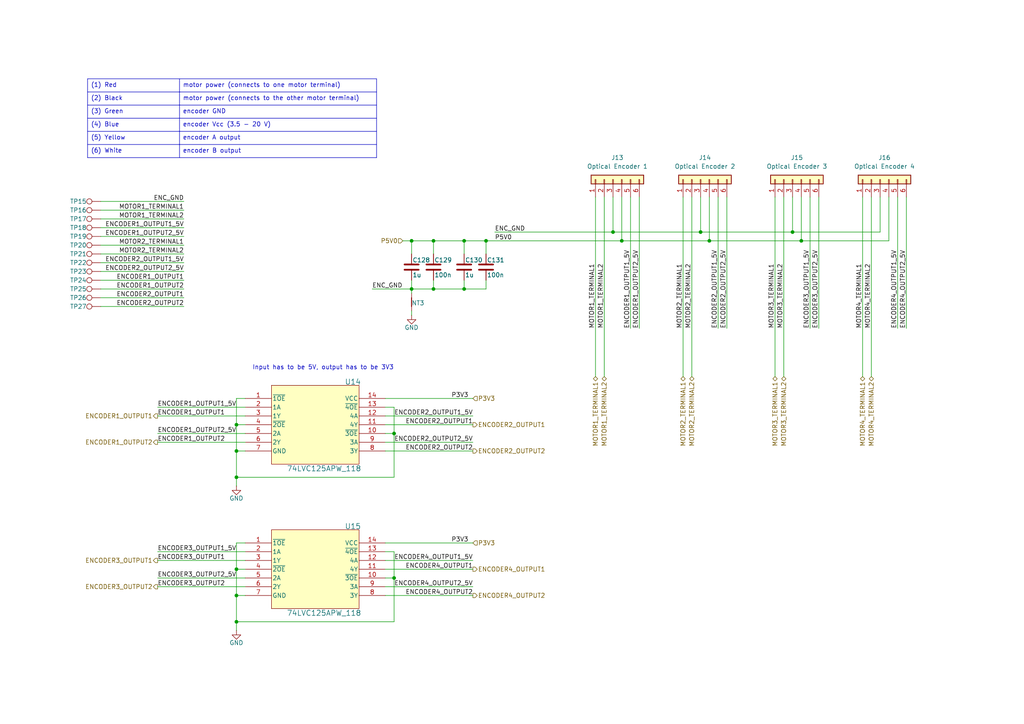
<source format=kicad_sch>
(kicad_sch (version 20250114) (generator "eeschema") (generator_version "9.0")
  (paper "A4")
  (lib_symbols
    (symbol "74LVC125APW-118:74LVC125APW_118" (pin_names (offset 0.254))
      (property "Reference" "U" (at 20.32 10.16 0))
      (property "Value" "74LVC125APW_118" (at 20.32 7.62 0))
      (symbol "74LVC125APW_118_0_1"
        (pin input line (at 0 -2.54 0) (length 7.62) (name "1A") (number "2"))
        (pin output line (at 0 -5.08 0) (length 7.62) (name "1Y") (number "3"))
        (pin input line (at 0 -10.16 0) (length 7.62) (name "2A") (number "5"))
        (pin output line (at 0 -12.7 0) (length 7.62) (name "2Y") (number "6"))
        (pin power_out line (at 0 -15.24 0) (length 7.62) (name "GND") (number "7"))
        (pin power_in line (at 40.64 0 180) (length 7.62) (name "VCC") (number "14"))
        (pin input line (at 40.64 -5.08 180) (length 7.62) (name "4A") (number "12"))
        (pin output line (at 40.64 -7.62 180) (length 7.62) (name "4Y") (number "11"))
        (pin input line (at 40.64 -12.7 180) (length 7.62) (name "3A") (number "9"))
        (pin output line (at 40.64 -15.24 180) (length 7.62) (name "3Y") (number "8"))
      )
      (symbol "74LVC125APW_118_1_1"
        (rectangle (start 7.62 3.81) (end 33.02 -19.05) (fill (type background)))
        (pin input line (at 0 0 0) (length 7.62) (name "~{1OE}") (number "1"))
        (pin input line (at 0 -7.62 0) (length 7.62) (name "~{2OE}") (number "4"))
        (pin input line (at 40.64 -2.54 180) (length 7.62) (name "~{4OE}") (number "13"))
        (pin input line (at 40.64 -10.16 180) (length 7.62) (name "~{3OE}") (number "10"))
      )
    )
    (symbol "Connector:TestPoint" (pin_numbers (hide yes)) (pin_names (offset 0.762) (hide yes))
      (property "Reference" "TP" (at 0 6.858 0))
      (property "Value" "TestPoint" (at 0 5.08 0))
      (symbol "TestPoint_0_1"
        (circle (center 0 3.302) (radius 0.762))
      )
      (symbol "TestPoint_1_1"
        (pin passive line (at 0 0 90) (length 2.54) (name "1") (number "1"))
      )
    )
    (symbol "Connector_Generic:Conn_01x06" (pin_names (offset 1.016) (hide yes))
      (property "Reference" "J" (at 0 7.62 0))
      (property "Value" "Conn_01x06" (at 0 -10.16 0))
      (symbol "Conn_01x06_1_1"
        (rectangle (start -1.27 6.35) (end 1.27 -8.89) (stroke (width 0.254)) (fill (type background)))
        (rectangle (start -1.27 5.207) (end 0 4.953) (stroke (width 0.1524)))
        (rectangle (start -1.27 2.667) (end 0 2.413) (stroke (width 0.1524)))
        (rectangle (start -1.27 0.127) (end 0 -0.127) (stroke (width 0.1524)))
        (rectangle (start -1.27 -2.413) (end 0 -2.667) (stroke (width 0.1524)))
        (rectangle (start -1.27 -4.953) (end 0 -5.207) (stroke (width 0.1524)))
        (rectangle (start -1.27 -7.493) (end 0 -7.747) (stroke (width 0.1524)))
        (pin passive line (at -5.08 5.08 0) (length 3.81) (name "Pin_1") (number "1"))
        (pin passive line (at -5.08 2.54 0) (length 3.81) (name "Pin_2") (number "2"))
        (pin passive line (at -5.08 0 0) (length 3.81) (name "Pin_3") (number "3"))
        (pin passive line (at -5.08 -2.54 0) (length 3.81) (name "Pin_4") (number "4"))
        (pin passive line (at -5.08 -5.08 0) (length 3.81) (name "Pin_5") (number "5"))
        (pin passive line (at -5.08 -7.62 0) (length 3.81) (name "Pin_6") (number "6"))
      )
    )
    (symbol "Device:C" (pin_numbers (hide yes)) (pin_names (offset 0.254))
      (property "Reference" "C" (at 0.635 2.54 0))
      (property "Value" "C" (at 0.635 -2.54 0))
      (symbol "C_0_1"
        (polyline (pts (xy -2.032 0.762) (xy 2.032 0.762)) (stroke (width 0.508)))
        (polyline (pts (xy -2.032 -0.762) (xy 2.032 -0.762)) (stroke (width 0.508)))
      )
      (symbol "C_1_1"
        (pin passive line (at 0 3.81 270) (length 2.794) (name "~") (number "1"))
        (pin passive line (at 0 -3.81 90) (length 2.794) (name "~") (number "2"))
      )
    )
    (symbol "Device:NetTie_2" (pin_numbers (hide yes)) (pin_names (offset 0) (hide yes)) (in_bom no)
      (property "Reference" "NT" (at 0 1.27 0))
      (property "Value" "NetTie_2" (at 0 -1.27 0))
      (symbol "NetTie_2_0_1"
        (polyline (pts (xy -1.27 0) (xy 1.27 0)) (stroke (width 0.254)))
      )
      (symbol "NetTie_2_1_1"
        (pin passive line (at -2.54 0 0) (length 2.54) (name "1") (number "1"))
        (pin passive line (at 2.54 0 180) (length 2.54) (name "2") (number "2"))
      )
    )
    (symbol "power:GND" (power) (pin_numbers (hide yes)) (pin_names (offset 0) (hide yes))
      (property "Value" "GND" (at 0 -3.81 0))
      (symbol "GND_0_1"
        (polyline (pts (xy 0 0) (xy 0 -1.27) (xy 1.27 -1.27) (xy 0 -2.54) (xy -1.27 -1.27) (xy 0 -1.27)))
      )
      (symbol "GND_1_1"
        (pin power_in line (at 0 0 270) (length 0) (name "~") (number "1"))
      )
    )
  )
  (text "Input has to be 5V, output has to be 3V3" (at 93.726 106.68 0) (effects (font (size 1.27 1.27))))
  (junction (at 125.73 83.82))
  (junction (at 114.3 125.73))
  (junction (at 68.58 138.43))
  (junction (at 68.58 130.81))
  (junction (at 68.58 180.34))
  (junction (at 119.38 69.85))
  (junction (at 125.73 69.85))
  (junction (at 68.58 165.1))
  (junction (at 229.87 67.31))
  (junction (at 134.62 83.82))
  (junction (at 119.38 83.82))
  (junction (at 232.41 69.85))
  (junction (at 134.62 69.85))
  (junction (at 177.8 67.31))
  (junction (at 205.74 69.85))
  (junction (at 203.2 67.31))
  (junction (at 140.97 69.85))
  (junction (at 68.58 123.19))
  (junction (at 68.58 172.72))
  (junction (at 114.3 167.64))
  (junction (at 180.34 69.85))
  (wire (pts (xy 114.3 118.11) (xy 114.3 125.73)))
  (wire (pts (xy 140.97 81.28) (xy 140.97 83.82)))
  (wire (pts (xy 119.38 69.85) (xy 119.38 73.66)))
  (wire (pts (xy 45.72 128.27) (xy 71.12 128.27)))
  (wire (pts (xy 119.38 69.85) (xy 125.73 69.85)))
  (wire (pts (xy 68.58 182.88) (xy 68.58 180.34)))
  (wire (pts (xy 53.34 68.58) (xy 29.21 68.58)))
  (wire (pts (xy 111.76 118.11) (xy 114.3 118.11)))
  (wire (pts (xy 45.72 118.11) (xy 71.12 118.11)))
  (wire (pts (xy 200.66 57.15) (xy 200.66 109.22)))
  (wire (pts (xy 45.72 167.64) (xy 71.12 167.64)))
  (wire (pts (xy 116.84 69.85) (xy 119.38 69.85)))
  (wire (pts (xy 111.76 160.02) (xy 114.3 160.02)))
  (wire (pts (xy 68.58 138.43) (xy 114.3 138.43)))
  (wire (pts (xy 232.41 69.85) (xy 257.81 69.85)))
  (wire (pts (xy 111.76 125.73) (xy 114.3 125.73)))
  (wire (pts (xy 140.97 69.85) (xy 180.34 69.85)))
  (wire (pts (xy 134.62 69.85) (xy 134.62 73.66)))
  (wire (pts (xy 68.58 130.81) (xy 71.12 130.81)))
  (wire (pts (xy 111.76 167.64) (xy 114.3 167.64)))
  (wire (pts (xy 203.2 67.31) (xy 229.87 67.31)))
  (wire (pts (xy 68.58 180.34) (xy 68.58 172.72)))
  (wire (pts (xy 182.88 57.15) (xy 182.88 95.25)))
  (wire (pts (xy 111.76 162.56) (xy 137.16 162.56)))
  (wire (pts (xy 119.38 81.28) (xy 119.38 83.82)))
  (wire (pts (xy 180.34 69.85) (xy 205.74 69.85)))
  (wire (pts (xy 68.58 140.97) (xy 68.58 138.43)))
  (wire (pts (xy 125.73 81.28) (xy 125.73 83.82)))
  (wire (pts (xy 119.38 85.09) (xy 119.38 83.82)))
  (wire (pts (xy 250.19 57.15) (xy 250.19 109.22)))
  (wire (pts (xy 125.73 83.82) (xy 134.62 83.82)))
  (wire (pts (xy 53.34 66.04) (xy 29.21 66.04)))
  (wire (pts (xy 114.3 160.02) (xy 114.3 167.64)))
  (wire (pts (xy 114.3 167.64) (xy 114.3 180.34)))
  (wire (pts (xy 177.8 67.31) (xy 203.2 67.31)))
  (wire (pts (xy 111.76 172.72) (xy 137.16 172.72)))
  (wire (pts (xy 232.41 57.15) (xy 232.41 69.85)))
  (wire (pts (xy 68.58 115.57) (xy 68.58 123.19)))
  (wire (pts (xy 53.34 86.36) (xy 29.21 86.36)))
  (wire (pts (xy 107.95 83.82) (xy 119.38 83.82)))
  (wire (pts (xy 68.58 165.1) (xy 68.58 172.72)))
  (wire (pts (xy 229.87 57.15) (xy 229.87 67.31)))
  (wire (pts (xy 53.34 63.5) (xy 29.21 63.5)))
  (wire (pts (xy 114.3 125.73) (xy 114.3 138.43)))
  (wire (pts (xy 229.87 67.31) (xy 255.27 67.31)))
  (wire (pts (xy 53.34 58.42) (xy 29.21 58.42)))
  (wire (pts (xy 208.28 57.15) (xy 208.28 95.25)))
  (wire (pts (xy 53.34 76.2) (xy 29.21 76.2)))
  (wire (pts (xy 68.58 180.34) (xy 114.3 180.34)))
  (wire (pts (xy 53.34 81.28) (xy 29.21 81.28)))
  (wire (pts (xy 53.34 73.66) (xy 29.21 73.66)))
  (wire (pts (xy 262.89 57.15) (xy 262.89 95.25)))
  (wire (pts (xy 45.72 125.73) (xy 71.12 125.73)))
  (wire (pts (xy 68.58 123.19) (xy 68.58 130.81)))
  (wire (pts (xy 125.73 69.85) (xy 134.62 69.85)))
  (wire (pts (xy 255.27 57.15) (xy 255.27 67.31)))
  (wire (pts (xy 185.42 57.15) (xy 185.42 95.25)))
  (wire (pts (xy 53.34 83.82) (xy 29.21 83.82)))
  (wire (pts (xy 134.62 83.82) (xy 140.97 83.82)))
  (wire (pts (xy 125.73 69.85) (xy 125.73 73.66)))
  (wire (pts (xy 111.76 130.81) (xy 137.16 130.81)))
  (wire (pts (xy 210.82 57.15) (xy 210.82 95.25)))
  (wire (pts (xy 260.35 57.15) (xy 260.35 95.25)))
  (wire (pts (xy 119.38 90.17) (xy 119.38 91.44)))
  (wire (pts (xy 68.58 115.57) (xy 71.12 115.57)))
  (wire (pts (xy 252.73 57.15) (xy 252.73 109.22)))
  (wire (pts (xy 53.34 78.74) (xy 29.21 78.74)))
  (wire (pts (xy 119.38 83.82) (xy 125.73 83.82)))
  (wire (pts (xy 111.76 115.57) (xy 137.16 115.57)))
  (wire (pts (xy 68.58 138.43) (xy 68.58 130.81)))
  (wire (pts (xy 45.72 120.65) (xy 71.12 120.65)))
  (wire (pts (xy 205.74 69.85) (xy 232.41 69.85)))
  (wire (pts (xy 111.76 170.18) (xy 137.16 170.18)))
  (wire (pts (xy 205.74 57.15) (xy 205.74 69.85)))
  (wire (pts (xy 68.58 123.19) (xy 71.12 123.19)))
  (wire (pts (xy 234.95 57.15) (xy 234.95 95.25)))
  (wire (pts (xy 45.72 160.02) (xy 71.12 160.02)))
  (wire (pts (xy 198.12 57.15) (xy 198.12 109.22)))
  (wire (pts (xy 237.49 57.15) (xy 237.49 95.25)))
  (wire (pts (xy 111.76 128.27) (xy 137.16 128.27)))
  (wire (pts (xy 134.62 69.85) (xy 140.97 69.85)))
  (wire (pts (xy 111.76 165.1) (xy 137.16 165.1)))
  (wire (pts (xy 227.33 57.15) (xy 227.33 109.22)))
  (wire (pts (xy 111.76 157.48) (xy 137.16 157.48)))
  (wire (pts (xy 53.34 60.96) (xy 29.21 60.96)))
  (wire (pts (xy 68.58 165.1) (xy 71.12 165.1)))
  (wire (pts (xy 45.72 170.18) (xy 71.12 170.18)))
  (wire (pts (xy 111.76 120.65) (xy 137.16 120.65)))
  (wire (pts (xy 257.81 57.15) (xy 257.81 69.85)))
  (wire (pts (xy 53.34 88.9) (xy 29.21 88.9)))
  (wire (pts (xy 68.58 157.48) (xy 71.12 157.48)))
  (wire (pts (xy 175.26 57.15) (xy 175.26 109.22)))
  (wire (pts (xy 68.58 157.48) (xy 68.58 165.1)))
  (wire (pts (xy 140.97 69.85) (xy 140.97 73.66)))
  (wire (pts (xy 203.2 57.15) (xy 203.2 67.31)))
  (wire (pts (xy 45.72 162.56) (xy 71.12 162.56)))
  (wire (pts (xy 53.34 71.12) (xy 29.21 71.12)))
  (wire (pts (xy 172.72 57.15) (xy 172.72 109.22)))
  (wire (pts (xy 134.62 81.28) (xy 134.62 83.82)))
  (wire (pts (xy 224.79 57.15) (xy 224.79 109.22)))
  (wire (pts (xy 143.51 67.31) (xy 177.8 67.31)))
  (wire (pts (xy 68.58 172.72) (xy 71.12 172.72)))
  (wire (pts (xy 180.34 57.15) (xy 180.34 69.85)))
  (wire (pts (xy 177.8 57.15) (xy 177.8 67.31)))
  (wire (pts (xy 111.76 123.19) (xy 137.16 123.19)))
  (table (column_count 2) (border (external yes) (header yes)) (separators (rows yes) (cols yes)) (column_widths 26.67 57.15) (row_heights 3.81 3.81 3.81 3.81 3.81 3.81) (cells (table_cell "(1) Red" (at 25.4 22.86 0) (size 26.67 3.81) (margins 0.9525 0.9525 0.9525 0.9525) (span 1 1)) (table_cell "motor power (connects to one motor terminal)" (at 52.07 22.86 0) (size 57.15 3.81) (margins 0.9525 0.9525 0.9525 0.9525) (span 1 1)) (table_cell "(2) Black" (at 25.4 26.67 0) (size 26.67 3.81) (margins 0.9525 0.9525 0.9525 0.9525) (span 1 1)) (table_cell "motor power (connects to the other motor terminal)" (at 52.07 26.67 0) (size 57.15 3.81) (margins 0.9525 0.9525 0.9525 0.9525) (span 1 1)) (table_cell "(3) Green" (at 25.4 30.48 0) (size 26.67 3.81) (margins 0.9525 0.9525 0.9525 0.9525) (span 1 1)) (table_cell "encoder GND" (at 52.07 30.48 0) (size 57.15 3.81) (margins 0.9525 0.9525 0.9525 0.9525) (span 1 1)) (table_cell "(4) Blue" (at 25.4 34.29 0) (size 26.67 3.81) (margins 0.9525 0.9525 0.9525 0.9525) (span 1 1)) (table_cell "encoder Vcc (3.5 - 20 V)" (at 52.07 34.29 0) (size 57.15 3.81) (margins 0.9525 0.9525 0.9525 0.9525) (span 1 1)) (table_cell "(5) Yellow" (at 25.4 38.1 0) (size 26.67 3.81) (margins 0.9525 0.9525 0.9525 0.9525) (span 1 1)) (table_cell "encoder A output" (at 52.07 38.1 0) (size 57.15 3.81) (margins 0.9525 0.9525 0.9525 0.9525) (span 1 1)) (table_cell "(6) White" (at 25.4 41.91 0) (size 26.67 3.81) (margins 0.9525 0.9525 0.9525 0.9525) (span 1 1)) (table_cell "encoder B output" (at 52.07 41.91 0) (size 57.15 3.81) (margins 0.9525 0.9525 0.9525 0.9525) (span 1 1))))
  (label "ENC_GND" (at 53.34 58.42 180))
  (label "MOTOR1_TERMINAL1" (at 53.34 60.96 180))
  (label "MOTOR2_TERMINAL1" (at 198.12 95.25 90))
  (label "ENCODER3_OUTPUT2" (at 45.72 170.18 0))
  (label "ENCODER2_OUTPUT2_5V" (at 210.82 95.25 90))
  (label "ENCODER1_OUTPUT2_5V" (at 185.42 95.25 90))
  (label "ENCODER2_OUTPUT2" (at 53.34 88.9 180))
  (label "P5V0" (at 143.51 69.85 0))
  (label "ENC_GND" (at 143.51 67.31 0))
  (label "ENCODER2_OUTPUT2_5V" (at 53.34 78.74 180))
  (label "MOTOR4_TERMINAL2" (at 252.73 95.25 90))
  (label "ENCODER1_OUTPUT1_5V" (at 45.72 118.11 0))
  (label "ENCODER4_OUTPUT1" (at 137.16 165.1 180))
  (label "ENCODER3_OUTPUT2_5V" (at 45.72 167.64 0))
  (label "ENCODER1_OUTPUT2" (at 45.72 128.27 0))
  (label "ENCODER2_OUTPUT2_5V" (at 137.16 128.27 180))
  (label "P3V3" (at 135.89 115.57 180))
  (label "ENCODER2_OUTPUT1_5V" (at 53.34 76.2 180))
  (label "MOTOR1_TERMINAL2" (at 53.34 63.5 180))
  (label "ENCODER1_OUTPUT2" (at 53.34 83.82 180))
  (label "ENCODER1_OUTPUT1_5V" (at 182.88 95.25 90))
  (label "ENCODER1_OUTPUT1" (at 53.34 81.28 180))
  (label "ENCODER3_OUTPUT1" (at 45.72 162.56 0))
  (label "ENCODER1_OUTPUT1" (at 45.72 120.65 0))
  (label "ENCODER4_OUTPUT2" (at 137.16 172.72 180))
  (label "ENCODER1_OUTPUT1_5V" (at 53.34 66.04 180))
  (label "ENCODER3_OUTPUT1_5V" (at 234.95 95.25 90))
  (label "ENCODER1_OUTPUT2_5V" (at 53.34 68.58 180))
  (label "ENCODER1_OUTPUT2_5V" (at 45.72 125.73 0))
  (label "ENCODER4_OUTPUT1_5V" (at 137.16 162.56 180))
  (label "MOTOR3_TERMINAL2" (at 227.33 95.25 90))
  (label "ENCODER2_OUTPUT2" (at 137.16 130.81 180))
  (label "ENCODER2_OUTPUT1_5V" (at 137.16 120.65 180))
  (label "MOTOR1_TERMINAL2" (at 175.26 95.25 90))
  (label "ENCODER4_OUTPUT1_5V" (at 260.35 95.25 90))
  (label "MOTOR4_TERMINAL1" (at 250.19 95.25 90))
  (label "ENCODER2_OUTPUT1" (at 53.34 86.36 180))
  (label "ENCODER2_OUTPUT1" (at 137.16 123.19 180))
  (label "MOTOR2_TERMINAL2" (at 200.66 95.25 90))
  (label "ENC_GND" (at 107.95 83.82 0))
  (label "P3V3" (at 135.89 157.48 180))
  (label "ENCODER3_OUTPUT2_5V" (at 237.49 95.25 90))
  (label "MOTOR3_TERMINAL1" (at 224.79 95.25 90))
  (label "ENCODER4_OUTPUT2_5V" (at 262.89 95.25 90))
  (label "MOTOR2_TERMINAL1" (at 53.34 71.12 180))
  (label "MOTOR1_TERMINAL1" (at 172.72 95.25 90))
  (label "ENCODER4_OUTPUT2_5V" (at 137.16 170.18 180))
  (label "ENCODER3_OUTPUT1_5V" (at 45.72 160.02 0))
  (label "ENCODER2_OUTPUT1_5V" (at 208.28 95.25 90))
  (label "MOTOR2_TERMINAL2" (at 53.34 73.66 180))
  (hierarchical_label "ENCODER3_OUTPUT1" (shape output) (at 45.72 162.56 180))
  (hierarchical_label "ENCODER4_OUTPUT1" (shape output) (at 137.16 165.1 0))
  (hierarchical_label "ENCODER3_OUTPUT2" (shape output) (at 45.72 170.18 180))
  (hierarchical_label "ENCODER1_OUTPUT2" (shape output) (at 45.72 128.27 180))
  (hierarchical_label "ENCODER4_OUTPUT2" (shape output) (at 137.16 172.72 0))
  (hierarchical_label "P3V3" (shape input) (at 137.16 157.48 0))
  (hierarchical_label "MOTOR2_TERMINAL2" (shape bidirectional) (at 200.66 109.22 270))
  (hierarchical_label "MOTOR1_TERMINAL2" (shape bidirectional) (at 175.26 109.22 270))
  (hierarchical_label "MOTOR4_TERMINAL2" (shape bidirectional) (at 252.73 109.22 270))
  (hierarchical_label "MOTOR3_TERMINAL2" (shape bidirectional) (at 227.33 109.22 270))
  (hierarchical_label "ENCODER2_OUTPUT2" (shape output) (at 137.16 130.81 0))
  (hierarchical_label "MOTOR3_TERMINAL1" (shape bidirectional) (at 224.79 109.22 270))
  (hierarchical_label "ENCODER2_OUTPUT1" (shape output) (at 137.16 123.19 0))
  (hierarchical_label "MOTOR4_TERMINAL1" (shape bidirectional) (at 250.19 109.22 270))
  (hierarchical_label "MOTOR2_TERMINAL1" (shape bidirectional) (at 198.12 109.22 270))
  (hierarchical_label "P5V0" (shape input) (at 116.84 69.85 180))
  (hierarchical_label "P3V3" (shape input) (at 137.16 115.57 0))
  (hierarchical_label "ENCODER1_OUTPUT1" (shape output) (at 45.72 120.65 180))
  (hierarchical_label "MOTOR1_TERMINAL1" (shape bidirectional) (at 172.72 109.22 270))
  (symbol (lib_id "Connector:TestPoint") (at 29.21 68.58 90) (unit 1)
    (property "Reference" "TP19" (at 25.146 68.58 90) (effects (justify left)))
    (property "Value" "TestPoint" (effects (hide yes)))
    (property "Footprint" "3825:3825" (effects (hide yes)))
    (property "Description" "test point" (effects (hide yes)))
    (property "DigiKey Link" "https://www.digikey.com/short/n04bqb2d" (effects (hide yes)))
    (property "Manufactaurer Part Number" "3825" (effects (hide yes)))
    (property "Mouser Link" "https://mou.sr/3MgWhw3" (effects (hide yes)))
    (property "Mouser Part Number" "485-3825" (effects (hide yes)))
    (property "Mouser Price per Unit" "9.95" (effects (hide yes)))
    (property "DigiKey Price per Unit" "9.95" (effects (hide yes)))
  )
  (symbol (lib_id "Connector_Generic:Conn_01x06") (at 177.8 52.07 90) (unit 1) (in_bom no)
    (property "Reference" "J13" (at 179.07 45.72 90))
    (property "Value" "Optical Encoder 1" (at 179.07 48.26 90))
    (property "Footprint" "Connector_PinHeader_2.54mm:PinHeader_1x06_P2.54mm_Vertical" (effects (hide yes)))
    (property "Description" "Generic connector, single row, 01x06, script generated (kicad-library-utils/schlib/autogen/connector/)" (effects (hide yes)))
  )
  (symbol (lib_id "Connector:TestPoint") (at 29.21 58.42 90) (unit 1)
    (property "Reference" "TP15" (at 25.146 58.42 90) (effects (justify left)))
    (property "Value" "TestPoint" (effects (hide yes)))
    (property "Footprint" "3825:3825" (effects (hide yes)))
    (property "Description" "test point" (effects (hide yes)))
    (property "DigiKey Link" "https://www.digikey.com/short/n04bqb2d" (effects (hide yes)))
    (property "Manufactaurer Part Number" "3825" (effects (hide yes)))
    (property "Mouser Link" "https://mou.sr/3MgWhw3" (effects (hide yes)))
    (property "Mouser Part Number" "485-3825" (effects (hide yes)))
    (property "Mouser Price per Unit" "9.95" (effects (hide yes)))
    (property "DigiKey Price per Unit" "9.95" (effects (hide yes)))
  )
  (symbol (lib_id "Connector:TestPoint") (at 29.21 63.5 90) (unit 1)
    (property "Reference" "TP17" (at 25.146 63.5 90) (effects (justify left)))
    (property "Value" "TestPoint" (effects (hide yes)))
    (property "Footprint" "3825:3825" (effects (hide yes)))
    (property "Description" "test point" (effects (hide yes)))
    (property "DigiKey Link" "https://www.digikey.com/short/n04bqb2d" (effects (hide yes)))
    (property "Manufactaurer Part Number" "3825" (effects (hide yes)))
    (property "Mouser Link" "https://mou.sr/3MgWhw3" (effects (hide yes)))
    (property "Mouser Part Number" "485-3825" (effects (hide yes)))
    (property "Mouser Price per Unit" "9.95" (effects (hide yes)))
    (property "DigiKey Price per Unit" "9.95" (effects (hide yes)))
  )
  (symbol (lib_id "Connector:TestPoint") (at 29.21 66.04 90) (unit 1)
    (property "Reference" "TP18" (at 25.146 66.04 90) (effects (justify left)))
    (property "Value" "TestPoint" (effects (hide yes)))
    (property "Footprint" "3825:3825" (effects (hide yes)))
    (property "Description" "test point" (effects (hide yes)))
    (property "DigiKey Link" "https://www.digikey.com/short/n04bqb2d" (effects (hide yes)))
    (property "Manufactaurer Part Number" "3825" (effects (hide yes)))
    (property "Mouser Link" "https://mou.sr/3MgWhw3" (effects (hide yes)))
    (property "Mouser Part Number" "485-3825" (effects (hide yes)))
    (property "Mouser Price per Unit" "9.95" (effects (hide yes)))
    (property "DigiKey Price per Unit" "9.95" (effects (hide yes)))
  )
  (symbol (lib_id "74LVC125APW-118:74LVC125APW_118") (at 71.12 115.57 0) (unit 1)
    (property "Reference" "U14" (at 102.362 110.744 0) (effects (font (size 1.524 1.524))))
    (property "Value" "74LVC125APW_118" (at 93.98 135.89 0) (effects (font (size 1.524 1.524))))
    (property "Footprint" "74LVC125APW,118:SOP65P640X110-14N" (effects (hide yes)))
    (property "Datasheet" "74LVC125APW_118" (effects (hide yes)))
    (property "DigiKey Link" "https://www.digikey.com/short/t8b4fd4p" (effects (hide yes)))
    (property "Manufactaurer Part Number" "74LVC125APW,118" (effects (hide yes)))
    (property "Mouser Link" "https://mou.sr/4pn4znR" (effects (hide yes)))
    (property "Mouser Part Number" "771-74LVC125APW-T" (effects (hide yes)))
    (property "Mouser Price per Unit" "0.28" (effects (hide yes)))
    (property "DigiKey Price per Unit" "0.28" (effects (hide yes)))
  )
  (symbol (lib_id "Connector:TestPoint") (at 29.21 88.9 90) (unit 1)
    (property "Reference" "TP27" (at 25.146 88.9 90) (effects (justify left)))
    (property "Value" "TestPoint" (effects (hide yes)))
    (property "Footprint" "3825:3825" (effects (hide yes)))
    (property "Description" "test point" (effects (hide yes)))
    (property "DigiKey Link" "https://www.digikey.com/short/n04bqb2d" (effects (hide yes)))
    (property "Manufactaurer Part Number" "3825" (effects (hide yes)))
    (property "Mouser Link" "https://mou.sr/3MgWhw3" (effects (hide yes)))
    (property "Mouser Part Number" "485-3825" (effects (hide yes)))
    (property "Mouser Price per Unit" "9.95" (effects (hide yes)))
    (property "DigiKey Price per Unit" "9.95" (effects (hide yes)))
  )
  (symbol (lib_id "Connector:TestPoint") (at 29.21 71.12 90) (unit 1)
    (property "Reference" "TP20" (at 25.146 71.12 90) (effects (justify left)))
    (property "Value" "TestPoint" (effects (hide yes)))
    (property "Footprint" "3825:3825" (effects (hide yes)))
    (property "Description" "test point" (effects (hide yes)))
    (property "DigiKey Link" "https://www.digikey.com/short/n04bqb2d" (effects (hide yes)))
    (property "Manufactaurer Part Number" "3825" (effects (hide yes)))
    (property "Mouser Link" "https://mou.sr/3MgWhw3" (effects (hide yes)))
    (property "Mouser Part Number" "485-3825" (effects (hide yes)))
    (property "Mouser Price per Unit" "9.95" (effects (hide yes)))
    (property "DigiKey Price per Unit" "9.95" (effects (hide yes)))
  )
  (symbol (lib_id "Connector:TestPoint") (at 29.21 73.66 90) (unit 1)
    (property "Reference" "TP21" (at 25.146 73.66 90) (effects (justify left)))
    (property "Value" "TestPoint" (effects (hide yes)))
    (property "Footprint" "3825:3825" (effects (hide yes)))
    (property "Description" "test point" (effects (hide yes)))
    (property "DigiKey Link" "https://www.digikey.com/short/n04bqb2d" (effects (hide yes)))
    (property "Manufactaurer Part Number" "3825" (effects (hide yes)))
    (property "Mouser Link" "https://mou.sr/3MgWhw3" (effects (hide yes)))
    (property "Mouser Part Number" "485-3825" (effects (hide yes)))
    (property "Mouser Price per Unit" "9.95" (effects (hide yes)))
    (property "DigiKey Price per Unit" "9.95" (effects (hide yes)))
  )
  (symbol (lib_id "Device:C") (at 134.62 77.47 0) (unit 1)
    (property "Reference" "C130" (at 134.874 75.438 0) (effects (justify left)))
    (property "Value" "1u" (at 134.874 79.756 0) (effects (justify left)))
    (property "Footprint" "Capacitor_SMD:C_0603_1608Metric_Pad1.08x0.95mm_HandSolder" (effects (hide yes)))
    (property "Description" "Unpolarized capacitor" (effects (hide yes)))
  )
  (symbol (lib_id "Device:C") (at 125.73 77.47 0) (unit 1)
    (property "Reference" "C129" (at 125.984 75.438 0) (effects (justify left)))
    (property "Value" "100n" (at 125.984 79.756 0) (effects (justify left)))
    (property "Footprint" "Capacitor_SMD:C_0603_1608Metric_Pad1.08x0.95mm_HandSolder" (effects (hide yes)))
    (property "Description" "Unpolarized capacitor" (effects (hide yes)))
    (property "DigiKey Link" "https://www.digikey.com/short/2nhzzz3n" (effects (hide yes)))
    (property "Manufactaurer Part Number" "CL10B104MB8NNNC" (effects (hide yes)))
    (property "Mouser Link" "https://mou.sr/3JWJm45" (effects (hide yes)))
    (property "Mouser Part Number" "187-CL10B104MB8NNNC " (effects (hide yes)))
    (property "Mouser Price per Unit" "0.10" (effects (hide yes)))
    (property "DigiKey Price per Unit" "0.08" (effects (hide yes)))
  )
  (symbol (lib_id "power:GND") (at 68.58 182.88 0) (unit 1)
    (property "Reference" "#PWR057" (effects (hide yes)))
    (property "Value" "GND" (at 70.612 186.436 0) (effects (justify right)))
    (property "Description" "Power symbol creates a global label with name \"GND\" , ground" (effects (hide yes)))
  )
  (symbol (lib_id "Connector_Generic:Conn_01x06") (at 203.2 52.07 90) (unit 1) (in_bom no)
    (property "Reference" "J14" (at 204.47 45.72 90))
    (property "Value" "Optical Encoder 2" (at 204.47 48.26 90))
    (property "Footprint" "Connector_PinHeader_2.54mm:PinHeader_1x06_P2.54mm_Vertical" (effects (hide yes)))
    (property "Description" "Generic connector, single row, 01x06, script generated (kicad-library-utils/schlib/autogen/connector/)" (effects (hide yes)))
  )
  (symbol (lib_id "power:GND") (at 119.38 91.44 0) (unit 1)
    (property "Reference" "#PWR058" (effects (hide yes)))
    (property "Value" "GND" (at 121.412 94.996 0) (effects (justify right)))
    (property "Description" "Power symbol creates a global label with name \"GND\" , ground" (effects (hide yes)))
  )
  (symbol (lib_id "Connector:TestPoint") (at 29.21 76.2 90) (unit 1)
    (property "Reference" "TP22" (at 25.146 76.2 90) (effects (justify left)))
    (property "Value" "TestPoint" (effects (hide yes)))
    (property "Footprint" "3825:3825" (effects (hide yes)))
    (property "Description" "test point" (effects (hide yes)))
    (property "DigiKey Link" "https://www.digikey.com/short/n04bqb2d" (effects (hide yes)))
    (property "Manufactaurer Part Number" "3825" (effects (hide yes)))
    (property "Mouser Link" "https://mou.sr/3MgWhw3" (effects (hide yes)))
    (property "Mouser Part Number" "485-3825" (effects (hide yes)))
    (property "Mouser Price per Unit" "9.95" (effects (hide yes)))
    (property "DigiKey Price per Unit" "9.95" (effects (hide yes)))
  )
  (symbol (lib_id "Device:C") (at 119.38 77.47 0) (unit 1)
    (property "Reference" "C128" (at 119.634 75.438 0) (effects (justify left)))
    (property "Value" "1u" (at 119.634 79.756 0) (effects (justify left)))
    (property "Footprint" "Capacitor_SMD:C_0603_1608Metric_Pad1.08x0.95mm_HandSolder" (effects (hide yes)))
    (property "Description" "Unpolarized capacitor" (effects (hide yes)))
  )
  (symbol (lib_id "Device:C") (at 140.97 77.47 0) (unit 1)
    (property "Reference" "C131" (at 141.224 75.438 0) (effects (justify left)))
    (property "Value" "100n" (at 141.224 79.756 0) (effects (justify left)))
    (property "Footprint" "Capacitor_SMD:C_0603_1608Metric_Pad1.08x0.95mm_HandSolder" (effects (hide yes)))
    (property "Description" "Unpolarized capacitor" (effects (hide yes)))
    (property "DigiKey Link" "https://www.digikey.com/short/2nhzzz3n" (effects (hide yes)))
    (property "Manufactaurer Part Number" "CL10B104MB8NNNC" (effects (hide yes)))
    (property "Mouser Link" "https://mou.sr/3JWJm45" (effects (hide yes)))
    (property "Mouser Part Number" "187-CL10B104MB8NNNC " (effects (hide yes)))
    (property "Mouser Price per Unit" "0.10" (effects (hide yes)))
    (property "DigiKey Price per Unit" "0.08" (effects (hide yes)))
  )
  (symbol (lib_id "power:GND") (at 68.58 140.97 0) (unit 1)
    (property "Reference" "#PWR056" (effects (hide yes)))
    (property "Value" "GND" (at 70.612 144.526 0) (effects (justify right)))
    (property "Description" "Power symbol creates a global label with name \"GND\" , ground" (effects (hide yes)))
  )
  (symbol (lib_id "Connector:TestPoint") (at 29.21 81.28 90) (unit 1)
    (property "Reference" "TP24" (at 25.146 81.28 90) (effects (justify left)))
    (property "Value" "TestPoint" (effects (hide yes)))
    (property "Footprint" "3825:3825" (effects (hide yes)))
    (property "Description" "test point" (effects (hide yes)))
    (property "DigiKey Link" "https://www.digikey.com/short/n04bqb2d" (effects (hide yes)))
    (property "Manufactaurer Part Number" "3825" (effects (hide yes)))
    (property "Mouser Link" "https://mou.sr/3MgWhw3" (effects (hide yes)))
    (property "Mouser Part Number" "485-3825" (effects (hide yes)))
    (property "Mouser Price per Unit" "9.95" (effects (hide yes)))
    (property "DigiKey Price per Unit" "9.95" (effects (hide yes)))
  )
  (symbol (lib_id "Connector:TestPoint") (at 29.21 86.36 90) (unit 1)
    (property "Reference" "TP26" (at 25.146 86.36 90) (effects (justify left)))
    (property "Value" "TestPoint" (effects (hide yes)))
    (property "Footprint" "3825:3825" (effects (hide yes)))
    (property "Description" "test point" (effects (hide yes)))
    (property "DigiKey Link" "https://www.digikey.com/short/n04bqb2d" (effects (hide yes)))
    (property "Manufactaurer Part Number" "3825" (effects (hide yes)))
    (property "Mouser Link" "https://mou.sr/3MgWhw3" (effects (hide yes)))
    (property "Mouser Part Number" "485-3825" (effects (hide yes)))
    (property "Mouser Price per Unit" "9.95" (effects (hide yes)))
    (property "DigiKey Price per Unit" "9.95" (effects (hide yes)))
  )
  (symbol (lib_id "Device:NetTie_2") (at 119.38 87.63 90) (unit 1) (in_bom no)
    (property "Reference" "NT3" (at 119.38 87.884 90) (effects (justify right)))
    (property "Value" "NetTie_2" (effects (hide yes)))
    (property "Footprint" "NetTie:NetTie-2_SMD_Pad0.5mm" (effects (hide yes)))
    (property "Description" "Net tie, 2 pins" (effects (hide yes)))
  )
  (symbol (lib_id "Connector:TestPoint") (at 29.21 83.82 90) (unit 1)
    (property "Reference" "TP25" (at 25.146 83.82 90) (effects (justify left)))
    (property "Value" "TestPoint" (effects (hide yes)))
    (property "Footprint" "3825:3825" (effects (hide yes)))
    (property "Description" "test point" (effects (hide yes)))
    (property "DigiKey Link" "https://www.digikey.com/short/n04bqb2d" (effects (hide yes)))
    (property "Manufactaurer Part Number" "3825" (effects (hide yes)))
    (property "Mouser Link" "https://mou.sr/3MgWhw3" (effects (hide yes)))
    (property "Mouser Part Number" "485-3825" (effects (hide yes)))
    (property "Mouser Price per Unit" "9.95" (effects (hide yes)))
    (property "DigiKey Price per Unit" "9.95" (effects (hide yes)))
  )
  (symbol (lib_id "74LVC125APW-118:74LVC125APW_118") (at 71.12 157.48 0) (unit 1)
    (property "Reference" "U15" (at 102.362 152.654 0) (effects (font (size 1.524 1.524))))
    (property "Value" "74LVC125APW_118" (at 93.98 177.8 0) (effects (font (size 1.524 1.524))))
    (property "Footprint" "74LVC125APW,118:SOP65P640X110-14N" (effects (hide yes)))
    (property "Datasheet" "74LVC125APW_118" (effects (hide yes)))
    (property "DigiKey Link" "https://www.digikey.com/short/t8b4fd4p" (effects (hide yes)))
    (property "Manufactaurer Part Number" "74LVC125APW,118" (effects (hide yes)))
    (property "Mouser Link" "https://mou.sr/4pn4znR" (effects (hide yes)))
    (property "Mouser Part Number" "771-74LVC125APW-T" (effects (hide yes)))
    (property "Mouser Price per Unit" "0.28" (effects (hide yes)))
    (property "DigiKey Price per Unit" "0.28" (effects (hide yes)))
  )
  (symbol (lib_id "Connector_Generic:Conn_01x06") (at 229.87 52.07 90) (unit 1) (in_bom no)
    (property "Reference" "J15" (at 231.14 45.72 90))
    (property "Value" "Optical Encoder 3" (at 231.14 48.26 90))
    (property "Footprint" "Connector_PinHeader_2.54mm:PinHeader_1x06_P2.54mm_Vertical" (effects (hide yes)))
    (property "Description" "Generic connector, single row, 01x06, script generated (kicad-library-utils/schlib/autogen/connector/)" (effects (hide yes)))
  )
  (symbol (lib_id "Connector:TestPoint") (at 29.21 78.74 90) (unit 1)
    (property "Reference" "TP23" (at 25.146 78.74 90) (effects (justify left)))
    (property "Value" "TestPoint" (effects (hide yes)))
    (property "Footprint" "3825:3825" (effects (hide yes)))
    (property "Description" "test point" (effects (hide yes)))
    (property "DigiKey Link" "https://www.digikey.com/short/n04bqb2d" (effects (hide yes)))
    (property "Manufactaurer Part Number" "3825" (effects (hide yes)))
    (property "Mouser Link" "https://mou.sr/3MgWhw3" (effects (hide yes)))
    (property "Mouser Part Number" "485-3825" (effects (hide yes)))
    (property "Mouser Price per Unit" "9.95" (effects (hide yes)))
    (property "DigiKey Price per Unit" "9.95" (effects (hide yes)))
  )
  (symbol (lib_id "Connector:TestPoint") (at 29.21 60.96 90) (unit 1)
    (property "Reference" "TP16" (at 25.146 60.96 90) (effects (justify left)))
    (property "Value" "TestPoint" (effects (hide yes)))
    (property "Footprint" "3825:3825" (effects (hide yes)))
    (property "Description" "test point" (effects (hide yes)))
    (property "DigiKey Link" "https://www.digikey.com/short/n04bqb2d" (effects (hide yes)))
    (property "Manufactaurer Part Number" "3825" (effects (hide yes)))
    (property "Mouser Link" "https://mou.sr/3MgWhw3" (effects (hide yes)))
    (property "Mouser Part Number" "485-3825" (effects (hide yes)))
    (property "Mouser Price per Unit" "9.95" (effects (hide yes)))
    (property "DigiKey Price per Unit" "9.95" (effects (hide yes)))
  )
  (symbol (lib_id "Connector_Generic:Conn_01x06") (at 255.27 52.07 90) (unit 1) (in_bom no)
    (property "Reference" "J16" (at 256.54 45.72 90))
    (property "Value" "Optical Encoder 4" (at 256.54 48.26 90))
    (property "Footprint" "Connector_PinHeader_2.54mm:PinHeader_1x06_P2.54mm_Vertical" (effects (hide yes)))
    (property "Description" "Generic connector, single row, 01x06, script generated (kicad-library-utils/schlib/autogen/connector/)" (effects (hide yes)))
  )
)
</source>
